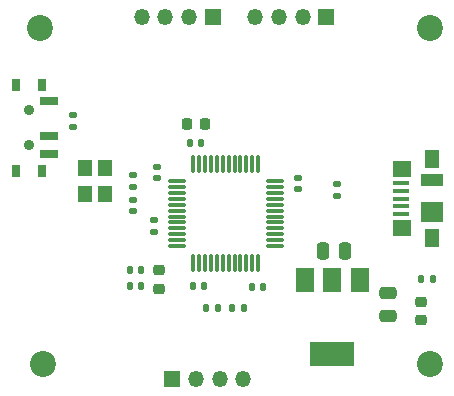
<source format=gbr>
%TF.GenerationSoftware,KiCad,Pcbnew,(6.0.7-1)-1*%
%TF.CreationDate,2022-10-07T20:30:11-05:00*%
%TF.ProjectId,KiCad,4b694361-642e-46b6-9963-61645f706362,rev?*%
%TF.SameCoordinates,Original*%
%TF.FileFunction,Soldermask,Top*%
%TF.FilePolarity,Negative*%
%FSLAX46Y46*%
G04 Gerber Fmt 4.6, Leading zero omitted, Abs format (unit mm)*
G04 Created by KiCad (PCBNEW (6.0.7-1)-1) date 2022-10-07 20:30:11*
%MOMM*%
%LPD*%
G01*
G04 APERTURE LIST*
G04 Aperture macros list*
%AMRoundRect*
0 Rectangle with rounded corners*
0 $1 Rounding radius*
0 $2 $3 $4 $5 $6 $7 $8 $9 X,Y pos of 4 corners*
0 Add a 4 corners polygon primitive as box body*
4,1,4,$2,$3,$4,$5,$6,$7,$8,$9,$2,$3,0*
0 Add four circle primitives for the rounded corners*
1,1,$1+$1,$2,$3*
1,1,$1+$1,$4,$5*
1,1,$1+$1,$6,$7*
1,1,$1+$1,$8,$9*
0 Add four rect primitives between the rounded corners*
20,1,$1+$1,$2,$3,$4,$5,0*
20,1,$1+$1,$4,$5,$6,$7,0*
20,1,$1+$1,$6,$7,$8,$9,0*
20,1,$1+$1,$8,$9,$2,$3,0*%
G04 Aperture macros list end*
%ADD10R,1.200000X1.400000*%
%ADD11R,1.550000X1.425000*%
%ADD12R,1.900000X1.000000*%
%ADD13R,1.300000X1.650000*%
%ADD14R,1.900000X1.800000*%
%ADD15R,1.380000X0.450000*%
%ADD16R,1.350000X1.350000*%
%ADD17O,1.350000X1.350000*%
%ADD18C,2.200000*%
%ADD19RoundRect,0.140000X0.170000X-0.140000X0.170000X0.140000X-0.170000X0.140000X-0.170000X-0.140000X0*%
%ADD20R,1.500000X2.000000*%
%ADD21R,3.800000X2.000000*%
%ADD22RoundRect,0.225000X-0.225000X-0.250000X0.225000X-0.250000X0.225000X0.250000X-0.225000X0.250000X0*%
%ADD23RoundRect,0.135000X0.185000X-0.135000X0.185000X0.135000X-0.185000X0.135000X-0.185000X-0.135000X0*%
%ADD24RoundRect,0.135000X0.135000X0.185000X-0.135000X0.185000X-0.135000X-0.185000X0.135000X-0.185000X0*%
%ADD25RoundRect,0.140000X-0.140000X-0.170000X0.140000X-0.170000X0.140000X0.170000X-0.140000X0.170000X0*%
%ADD26RoundRect,0.140000X0.140000X0.170000X-0.140000X0.170000X-0.140000X-0.170000X0.140000X-0.170000X0*%
%ADD27RoundRect,0.140000X-0.170000X0.140000X-0.170000X-0.140000X0.170000X-0.140000X0.170000X0.140000X0*%
%ADD28RoundRect,0.250000X0.475000X-0.250000X0.475000X0.250000X-0.475000X0.250000X-0.475000X-0.250000X0*%
%ADD29RoundRect,0.218750X-0.256250X0.218750X-0.256250X-0.218750X0.256250X-0.218750X0.256250X0.218750X0*%
%ADD30RoundRect,0.075000X-0.662500X-0.075000X0.662500X-0.075000X0.662500X0.075000X-0.662500X0.075000X0*%
%ADD31RoundRect,0.075000X-0.075000X-0.662500X0.075000X-0.662500X0.075000X0.662500X-0.075000X0.662500X0*%
%ADD32RoundRect,0.135000X-0.135000X-0.185000X0.135000X-0.185000X0.135000X0.185000X-0.135000X0.185000X0*%
%ADD33RoundRect,0.250000X-0.250000X-0.475000X0.250000X-0.475000X0.250000X0.475000X-0.250000X0.475000X0*%
%ADD34R,0.800000X1.000000*%
%ADD35C,0.900000*%
%ADD36R,1.500000X0.700000*%
G04 APERTURE END LIST*
D10*
%TO.C,Y1*%
X113062000Y-85588000D03*
X113062000Y-87788000D03*
X114762000Y-87788000D03*
X114762000Y-85588000D03*
%TD*%
D11*
%TO.C,J4*%
X139856000Y-85650500D03*
D12*
X142431000Y-86588000D03*
D11*
X139856000Y-90625500D03*
D13*
X142431000Y-91513000D03*
X142431000Y-84763000D03*
D14*
X142431000Y-89288000D03*
D15*
X139771000Y-86838000D03*
X139771000Y-87488000D03*
X139771000Y-88138000D03*
X139771000Y-88788000D03*
X139771000Y-89438000D03*
%TD*%
D16*
%TO.C,J3*%
X133469200Y-72796400D03*
D17*
X131469200Y-72796400D03*
X129469200Y-72796400D03*
X127469200Y-72796400D03*
%TD*%
D18*
%TO.C,H4*%
X142240000Y-102108000D03*
%TD*%
D19*
%TO.C,C11*%
X118872000Y-90932000D03*
X118872000Y-89972000D03*
%TD*%
D20*
%TO.C,U1*%
X136300000Y-95000000D03*
X134000000Y-95000000D03*
D21*
X134000000Y-101300000D03*
D20*
X131700000Y-95000000D03*
%TD*%
D22*
%TO.C,C3*%
X121653000Y-81788000D03*
X123203000Y-81788000D03*
%TD*%
D23*
%TO.C,R4*%
X112014000Y-82046000D03*
X112014000Y-81026000D03*
%TD*%
D19*
%TO.C,C9*%
X117094000Y-89182000D03*
X117094000Y-88222000D03*
%TD*%
%TO.C,C5*%
X117094000Y-87122000D03*
X117094000Y-86162000D03*
%TD*%
D24*
%TO.C,R2*%
X124333000Y-97409000D03*
X123313000Y-97409000D03*
%TD*%
D25*
%TO.C,C10*%
X121940000Y-83400000D03*
X122900000Y-83400000D03*
%TD*%
%TO.C,C4*%
X122174000Y-95500000D03*
X123134000Y-95500000D03*
%TD*%
D26*
%TO.C,C13*%
X117828000Y-95504000D03*
X116868000Y-95504000D03*
%TD*%
D27*
%TO.C,C7*%
X131064000Y-86388000D03*
X131064000Y-87348000D03*
%TD*%
D26*
%TO.C,C12*%
X117800000Y-94183200D03*
X116840000Y-94183200D03*
%TD*%
D28*
%TO.C,C2*%
X138684000Y-98044000D03*
X138684000Y-96144000D03*
%TD*%
D29*
%TO.C,D1*%
X141500000Y-96862500D03*
X141500000Y-98437500D03*
%TD*%
D30*
%TO.C,U2*%
X120805500Y-86658000D03*
X120805500Y-87158000D03*
X120805500Y-87658000D03*
X120805500Y-88158000D03*
X120805500Y-88658000D03*
X120805500Y-89158000D03*
X120805500Y-89658000D03*
X120805500Y-90158000D03*
X120805500Y-90658000D03*
X120805500Y-91158000D03*
X120805500Y-91658000D03*
X120805500Y-92158000D03*
D31*
X122218000Y-93570500D03*
X122718000Y-93570500D03*
X123218000Y-93570500D03*
X123718000Y-93570500D03*
X124218000Y-93570500D03*
X124718000Y-93570500D03*
X125218000Y-93570500D03*
X125718000Y-93570500D03*
X126218000Y-93570500D03*
X126718000Y-93570500D03*
X127218000Y-93570500D03*
X127718000Y-93570500D03*
D30*
X129130500Y-92158000D03*
X129130500Y-91658000D03*
X129130500Y-91158000D03*
X129130500Y-90658000D03*
X129130500Y-90158000D03*
X129130500Y-89658000D03*
X129130500Y-89158000D03*
X129130500Y-88658000D03*
X129130500Y-88158000D03*
X129130500Y-87658000D03*
X129130500Y-87158000D03*
X129130500Y-86658000D03*
D31*
X127718000Y-85245500D03*
X127218000Y-85245500D03*
X126718000Y-85245500D03*
X126218000Y-85245500D03*
X125718000Y-85245500D03*
X125218000Y-85245500D03*
X124718000Y-85245500D03*
X124218000Y-85245500D03*
X123718000Y-85245500D03*
X123218000Y-85245500D03*
X122718000Y-85245500D03*
X122218000Y-85245500D03*
%TD*%
D32*
%TO.C,R1*%
X141526800Y-94945200D03*
X142546800Y-94945200D03*
%TD*%
D18*
%TO.C,H3*%
X109220000Y-73660000D03*
%TD*%
D33*
%TO.C,C1*%
X133200000Y-92600000D03*
X135100000Y-92600000D03*
%TD*%
D26*
%TO.C,C6*%
X128115000Y-95631000D03*
X127155000Y-95631000D03*
%TD*%
D23*
%TO.C,R5*%
X134366000Y-87884000D03*
X134366000Y-86864000D03*
%TD*%
D34*
%TO.C,SW1*%
X109382800Y-78478800D03*
X109382800Y-85778800D03*
X107172800Y-85778800D03*
D35*
X108272800Y-83628800D03*
D34*
X107172800Y-78478800D03*
D35*
X108272800Y-80628800D03*
D36*
X110032800Y-79878800D03*
X110032800Y-82878800D03*
X110032800Y-84378800D03*
%TD*%
D18*
%TO.C,H2*%
X142240000Y-73660000D03*
%TD*%
%TO.C,H1*%
X109500000Y-102108000D03*
%TD*%
D16*
%TO.C,J1*%
X123869200Y-72796400D03*
D17*
X121869200Y-72796400D03*
X119869200Y-72796400D03*
X117869200Y-72796400D03*
%TD*%
D19*
%TO.C,C8*%
X119126000Y-86431000D03*
X119126000Y-85471000D03*
%TD*%
D29*
%TO.C,FB1*%
X119352000Y-94208500D03*
X119352000Y-95783500D03*
%TD*%
D16*
%TO.C,J2*%
X120460000Y-103378000D03*
D17*
X122460000Y-103378000D03*
X124460000Y-103378000D03*
X126460000Y-103378000D03*
%TD*%
D32*
%TO.C,R3*%
X125499400Y-97409000D03*
X126519400Y-97409000D03*
%TD*%
M02*

</source>
